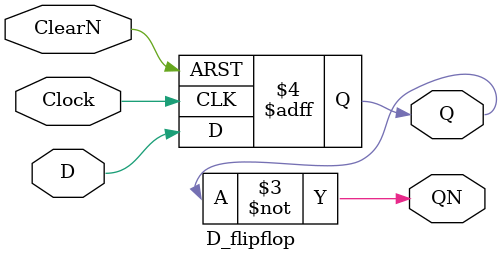
<source format=v>
module D_flipflop(Q, QN, D, Clock, ClearN);

  output Q, QN;
  input D, Clock, ClearN;
  
  reg Q;
  
  always @(posedge Clock or negedge ClearN)
  
  begin
    if (~ClearN)
      Q <= 1'b0;
    else
      Q <= D;
  end
  assign QN = ~Q;
  
endmodule

</source>
